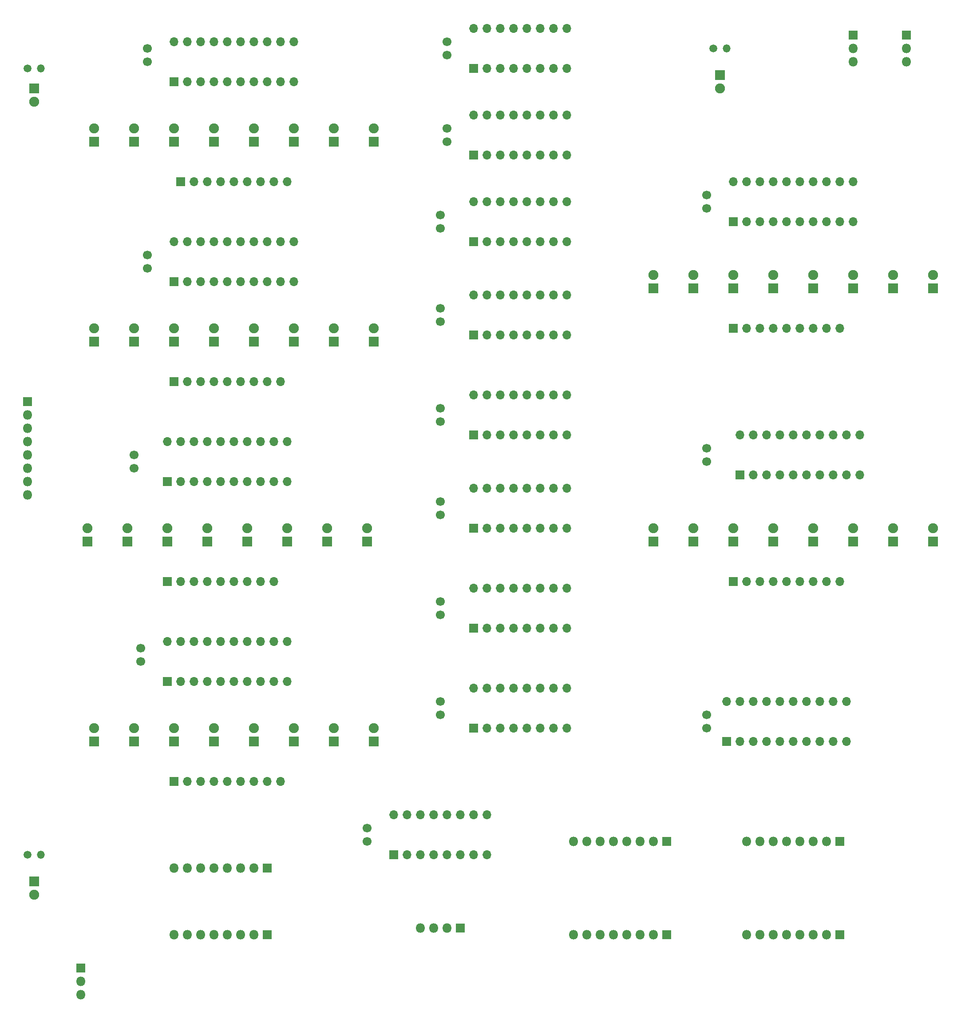
<source format=gbr>
G04 #@! TF.GenerationSoftware,KiCad,Pcbnew,5.1.6-c6e7f7d~87~ubuntu16.04.1*
G04 #@! TF.CreationDate,2022-03-08T12:56:25-05:00*
G04 #@! TF.ProjectId,riscy_reg,72697363-795f-4726-9567-2e6b69636164,rev?*
G04 #@! TF.SameCoordinates,Original*
G04 #@! TF.FileFunction,Soldermask,Top*
G04 #@! TF.FilePolarity,Negative*
%FSLAX46Y46*%
G04 Gerber Fmt 4.6, Leading zero omitted, Abs format (unit mm)*
G04 Created by KiCad (PCBNEW 5.1.6-c6e7f7d~87~ubuntu16.04.1) date 2022-03-08 12:56:25*
%MOMM*%
%LPD*%
G01*
G04 APERTURE LIST*
%ADD10O,1.800000X1.800000*%
%ADD11R,1.800000X1.800000*%
%ADD12O,1.700000X1.700000*%
%ADD13R,1.700000X1.700000*%
%ADD14O,1.500000X1.500000*%
%ADD15C,1.500000*%
%ADD16C,1.900000*%
%ADD17R,1.900000X1.900000*%
%ADD18C,1.700000*%
G04 APERTURE END LIST*
D10*
G04 #@! TO.C,J11*
X163830000Y-12700000D03*
X163830000Y-10160000D03*
D11*
X163830000Y-7620000D03*
G04 #@! TD*
D12*
G04 #@! TO.C,U16*
X76200000Y-156210000D03*
X93980000Y-163830000D03*
X78740000Y-156210000D03*
X91440000Y-163830000D03*
X81280000Y-156210000D03*
X88900000Y-163830000D03*
X83820000Y-156210000D03*
X86360000Y-163830000D03*
X86360000Y-156210000D03*
X83820000Y-163830000D03*
X88900000Y-156210000D03*
X81280000Y-163830000D03*
X91440000Y-156210000D03*
X78740000Y-163830000D03*
X93980000Y-156210000D03*
D13*
X76200000Y-163830000D03*
G04 #@! TD*
D12*
G04 #@! TO.C,U15*
X139700000Y-134620000D03*
X162560000Y-142240000D03*
X142240000Y-134620000D03*
X160020000Y-142240000D03*
X144780000Y-134620000D03*
X157480000Y-142240000D03*
X147320000Y-134620000D03*
X154940000Y-142240000D03*
X149860000Y-134620000D03*
X152400000Y-142240000D03*
X152400000Y-134620000D03*
X149860000Y-142240000D03*
X154940000Y-134620000D03*
X147320000Y-142240000D03*
X157480000Y-134620000D03*
X144780000Y-142240000D03*
X160020000Y-134620000D03*
X142240000Y-142240000D03*
X162560000Y-134620000D03*
D13*
X139700000Y-142240000D03*
G04 #@! TD*
D12*
G04 #@! TO.C,U14*
X91440000Y-132080000D03*
X109220000Y-139700000D03*
X93980000Y-132080000D03*
X106680000Y-139700000D03*
X96520000Y-132080000D03*
X104140000Y-139700000D03*
X99060000Y-132080000D03*
X101600000Y-139700000D03*
X101600000Y-132080000D03*
X99060000Y-139700000D03*
X104140000Y-132080000D03*
X96520000Y-139700000D03*
X106680000Y-132080000D03*
X93980000Y-139700000D03*
X109220000Y-132080000D03*
D13*
X91440000Y-139700000D03*
G04 #@! TD*
D12*
G04 #@! TO.C,U13*
X91440000Y-113030000D03*
X109220000Y-120650000D03*
X93980000Y-113030000D03*
X106680000Y-120650000D03*
X96520000Y-113030000D03*
X104140000Y-120650000D03*
X99060000Y-113030000D03*
X101600000Y-120650000D03*
X101600000Y-113030000D03*
X99060000Y-120650000D03*
X104140000Y-113030000D03*
X96520000Y-120650000D03*
X106680000Y-113030000D03*
X93980000Y-120650000D03*
X109220000Y-113030000D03*
D13*
X91440000Y-120650000D03*
G04 #@! TD*
D12*
G04 #@! TO.C,U12*
X91440000Y-93980000D03*
X109220000Y-101600000D03*
X93980000Y-93980000D03*
X106680000Y-101600000D03*
X96520000Y-93980000D03*
X104140000Y-101600000D03*
X99060000Y-93980000D03*
X101600000Y-101600000D03*
X101600000Y-93980000D03*
X99060000Y-101600000D03*
X104140000Y-93980000D03*
X96520000Y-101600000D03*
X106680000Y-93980000D03*
X93980000Y-101600000D03*
X109220000Y-93980000D03*
D13*
X91440000Y-101600000D03*
G04 #@! TD*
D12*
G04 #@! TO.C,U11*
X91440000Y-76200000D03*
X109220000Y-83820000D03*
X93980000Y-76200000D03*
X106680000Y-83820000D03*
X96520000Y-76200000D03*
X104140000Y-83820000D03*
X99060000Y-76200000D03*
X101600000Y-83820000D03*
X101600000Y-76200000D03*
X99060000Y-83820000D03*
X104140000Y-76200000D03*
X96520000Y-83820000D03*
X106680000Y-76200000D03*
X93980000Y-83820000D03*
X109220000Y-76200000D03*
D13*
X91440000Y-83820000D03*
G04 #@! TD*
D12*
G04 #@! TO.C,U10*
X91440000Y-57150000D03*
X109220000Y-64770000D03*
X93980000Y-57150000D03*
X106680000Y-64770000D03*
X96520000Y-57150000D03*
X104140000Y-64770000D03*
X99060000Y-57150000D03*
X101600000Y-64770000D03*
X101600000Y-57150000D03*
X99060000Y-64770000D03*
X104140000Y-57150000D03*
X96520000Y-64770000D03*
X106680000Y-57150000D03*
X93980000Y-64770000D03*
X109220000Y-57150000D03*
D13*
X91440000Y-64770000D03*
G04 #@! TD*
D12*
G04 #@! TO.C,U9*
X91440000Y-39370000D03*
X109220000Y-46990000D03*
X93980000Y-39370000D03*
X106680000Y-46990000D03*
X96520000Y-39370000D03*
X104140000Y-46990000D03*
X99060000Y-39370000D03*
X101600000Y-46990000D03*
X101600000Y-39370000D03*
X99060000Y-46990000D03*
X104140000Y-39370000D03*
X96520000Y-46990000D03*
X106680000Y-39370000D03*
X93980000Y-46990000D03*
X109220000Y-39370000D03*
D13*
X91440000Y-46990000D03*
G04 #@! TD*
D12*
G04 #@! TO.C,U8*
X91440000Y-22860000D03*
X109220000Y-30480000D03*
X93980000Y-22860000D03*
X106680000Y-30480000D03*
X96520000Y-22860000D03*
X104140000Y-30480000D03*
X99060000Y-22860000D03*
X101600000Y-30480000D03*
X101600000Y-22860000D03*
X99060000Y-30480000D03*
X104140000Y-22860000D03*
X96520000Y-30480000D03*
X106680000Y-22860000D03*
X93980000Y-30480000D03*
X109220000Y-22860000D03*
D13*
X91440000Y-30480000D03*
G04 #@! TD*
D12*
G04 #@! TO.C,U7*
X91440000Y-6350000D03*
X109220000Y-13970000D03*
X93980000Y-6350000D03*
X106680000Y-13970000D03*
X96520000Y-6350000D03*
X104140000Y-13970000D03*
X99060000Y-6350000D03*
X101600000Y-13970000D03*
X101600000Y-6350000D03*
X99060000Y-13970000D03*
X104140000Y-6350000D03*
X96520000Y-13970000D03*
X106680000Y-6350000D03*
X93980000Y-13970000D03*
X109220000Y-6350000D03*
D13*
X91440000Y-13970000D03*
G04 #@! TD*
D12*
G04 #@! TO.C,U6*
X142240000Y-83820000D03*
X165100000Y-91440000D03*
X144780000Y-83820000D03*
X162560000Y-91440000D03*
X147320000Y-83820000D03*
X160020000Y-91440000D03*
X149860000Y-83820000D03*
X157480000Y-91440000D03*
X152400000Y-83820000D03*
X154940000Y-91440000D03*
X154940000Y-83820000D03*
X152400000Y-91440000D03*
X157480000Y-83820000D03*
X149860000Y-91440000D03*
X160020000Y-83820000D03*
X147320000Y-91440000D03*
X162560000Y-83820000D03*
X144780000Y-91440000D03*
X165100000Y-83820000D03*
D13*
X142240000Y-91440000D03*
G04 #@! TD*
D12*
G04 #@! TO.C,U5*
X140970000Y-35560000D03*
X163830000Y-43180000D03*
X143510000Y-35560000D03*
X161290000Y-43180000D03*
X146050000Y-35560000D03*
X158750000Y-43180000D03*
X148590000Y-35560000D03*
X156210000Y-43180000D03*
X151130000Y-35560000D03*
X153670000Y-43180000D03*
X153670000Y-35560000D03*
X151130000Y-43180000D03*
X156210000Y-35560000D03*
X148590000Y-43180000D03*
X158750000Y-35560000D03*
X146050000Y-43180000D03*
X161290000Y-35560000D03*
X143510000Y-43180000D03*
X163830000Y-35560000D03*
D13*
X140970000Y-43180000D03*
G04 #@! TD*
D12*
G04 #@! TO.C,U4*
X33020000Y-123190000D03*
X55880000Y-130810000D03*
X35560000Y-123190000D03*
X53340000Y-130810000D03*
X38100000Y-123190000D03*
X50800000Y-130810000D03*
X40640000Y-123190000D03*
X48260000Y-130810000D03*
X43180000Y-123190000D03*
X45720000Y-130810000D03*
X45720000Y-123190000D03*
X43180000Y-130810000D03*
X48260000Y-123190000D03*
X40640000Y-130810000D03*
X50800000Y-123190000D03*
X38100000Y-130810000D03*
X53340000Y-123190000D03*
X35560000Y-130810000D03*
X55880000Y-123190000D03*
D13*
X33020000Y-130810000D03*
G04 #@! TD*
D12*
G04 #@! TO.C,U3*
X33020000Y-85090000D03*
X55880000Y-92710000D03*
X35560000Y-85090000D03*
X53340000Y-92710000D03*
X38100000Y-85090000D03*
X50800000Y-92710000D03*
X40640000Y-85090000D03*
X48260000Y-92710000D03*
X43180000Y-85090000D03*
X45720000Y-92710000D03*
X45720000Y-85090000D03*
X43180000Y-92710000D03*
X48260000Y-85090000D03*
X40640000Y-92710000D03*
X50800000Y-85090000D03*
X38100000Y-92710000D03*
X53340000Y-85090000D03*
X35560000Y-92710000D03*
X55880000Y-85090000D03*
D13*
X33020000Y-92710000D03*
G04 #@! TD*
D12*
G04 #@! TO.C,U2*
X34290000Y-46990000D03*
X57150000Y-54610000D03*
X36830000Y-46990000D03*
X54610000Y-54610000D03*
X39370000Y-46990000D03*
X52070000Y-54610000D03*
X41910000Y-46990000D03*
X49530000Y-54610000D03*
X44450000Y-46990000D03*
X46990000Y-54610000D03*
X46990000Y-46990000D03*
X44450000Y-54610000D03*
X49530000Y-46990000D03*
X41910000Y-54610000D03*
X52070000Y-46990000D03*
X39370000Y-54610000D03*
X54610000Y-46990000D03*
X36830000Y-54610000D03*
X57150000Y-46990000D03*
D13*
X34290000Y-54610000D03*
G04 #@! TD*
D12*
G04 #@! TO.C,U1*
X34290000Y-8890000D03*
X57150000Y-16510000D03*
X36830000Y-8890000D03*
X54610000Y-16510000D03*
X39370000Y-8890000D03*
X52070000Y-16510000D03*
X41910000Y-8890000D03*
X49530000Y-16510000D03*
X44450000Y-8890000D03*
X46990000Y-16510000D03*
X46990000Y-8890000D03*
X44450000Y-16510000D03*
X49530000Y-8890000D03*
X41910000Y-16510000D03*
X52070000Y-8890000D03*
X39370000Y-16510000D03*
X54610000Y-8890000D03*
X36830000Y-16510000D03*
X57150000Y-8890000D03*
D13*
X34290000Y-16510000D03*
G04 #@! TD*
D12*
G04 #@! TO.C,RN6*
X161290000Y-111760000D03*
X158750000Y-111760000D03*
X156210000Y-111760000D03*
X153670000Y-111760000D03*
X151130000Y-111760000D03*
X148590000Y-111760000D03*
X146050000Y-111760000D03*
X143510000Y-111760000D03*
D13*
X140970000Y-111760000D03*
G04 #@! TD*
D12*
G04 #@! TO.C,RN5*
X161290000Y-63500000D03*
X158750000Y-63500000D03*
X156210000Y-63500000D03*
X153670000Y-63500000D03*
X151130000Y-63500000D03*
X148590000Y-63500000D03*
X146050000Y-63500000D03*
X143510000Y-63500000D03*
D13*
X140970000Y-63500000D03*
G04 #@! TD*
D12*
G04 #@! TO.C,RN4*
X54610000Y-149860000D03*
X52070000Y-149860000D03*
X49530000Y-149860000D03*
X46990000Y-149860000D03*
X44450000Y-149860000D03*
X41910000Y-149860000D03*
X39370000Y-149860000D03*
X36830000Y-149860000D03*
D13*
X34290000Y-149860000D03*
G04 #@! TD*
D12*
G04 #@! TO.C,RN3*
X53340000Y-111760000D03*
X50800000Y-111760000D03*
X48260000Y-111760000D03*
X45720000Y-111760000D03*
X43180000Y-111760000D03*
X40640000Y-111760000D03*
X38100000Y-111760000D03*
X35560000Y-111760000D03*
D13*
X33020000Y-111760000D03*
G04 #@! TD*
D12*
G04 #@! TO.C,RN2*
X54610000Y-73660000D03*
X52070000Y-73660000D03*
X49530000Y-73660000D03*
X46990000Y-73660000D03*
X44450000Y-73660000D03*
X41910000Y-73660000D03*
X39370000Y-73660000D03*
X36830000Y-73660000D03*
D13*
X34290000Y-73660000D03*
G04 #@! TD*
D12*
G04 #@! TO.C,RN1*
X55880000Y-35560000D03*
X53340000Y-35560000D03*
X50800000Y-35560000D03*
X48260000Y-35560000D03*
X45720000Y-35560000D03*
X43180000Y-35560000D03*
X40640000Y-35560000D03*
X38100000Y-35560000D03*
D13*
X35560000Y-35560000D03*
G04 #@! TD*
D14*
G04 #@! TO.C,R3*
X8890000Y-163830000D03*
D15*
X6350000Y-163830000D03*
G04 #@! TD*
D14*
G04 #@! TO.C,R2*
X139700000Y-10160000D03*
D15*
X137160000Y-10160000D03*
G04 #@! TD*
D14*
G04 #@! TO.C,R1*
X8890000Y-13970000D03*
D15*
X6350000Y-13970000D03*
G04 #@! TD*
D10*
G04 #@! TO.C,J10*
X16510000Y-190500000D03*
X16510000Y-187960000D03*
D11*
X16510000Y-185420000D03*
G04 #@! TD*
D10*
G04 #@! TO.C,J9*
X81280000Y-177800000D03*
X83820000Y-177800000D03*
X86360000Y-177800000D03*
D11*
X88900000Y-177800000D03*
G04 #@! TD*
D10*
G04 #@! TO.C,J8*
X6350000Y-95250000D03*
X6350000Y-92710000D03*
X6350000Y-90170000D03*
X6350000Y-87630000D03*
X6350000Y-85090000D03*
X6350000Y-82550000D03*
X6350000Y-80010000D03*
D11*
X6350000Y-77470000D03*
G04 #@! TD*
D10*
G04 #@! TO.C,J7*
X143510000Y-161290000D03*
X146050000Y-161290000D03*
X148590000Y-161290000D03*
X151130000Y-161290000D03*
X153670000Y-161290000D03*
X156210000Y-161290000D03*
X158750000Y-161290000D03*
D11*
X161290000Y-161290000D03*
G04 #@! TD*
D10*
G04 #@! TO.C,J6*
X143510000Y-179070000D03*
X146050000Y-179070000D03*
X148590000Y-179070000D03*
X151130000Y-179070000D03*
X153670000Y-179070000D03*
X156210000Y-179070000D03*
X158750000Y-179070000D03*
D11*
X161290000Y-179070000D03*
G04 #@! TD*
D10*
G04 #@! TO.C,J5*
X110490000Y-179070000D03*
X113030000Y-179070000D03*
X115570000Y-179070000D03*
X118110000Y-179070000D03*
X120650000Y-179070000D03*
X123190000Y-179070000D03*
X125730000Y-179070000D03*
D11*
X128270000Y-179070000D03*
G04 #@! TD*
D10*
G04 #@! TO.C,J4*
X110490000Y-161290000D03*
X113030000Y-161290000D03*
X115570000Y-161290000D03*
X118110000Y-161290000D03*
X120650000Y-161290000D03*
X123190000Y-161290000D03*
X125730000Y-161290000D03*
D11*
X128270000Y-161290000D03*
G04 #@! TD*
D10*
G04 #@! TO.C,J3*
X34290000Y-166370000D03*
X36830000Y-166370000D03*
X39370000Y-166370000D03*
X41910000Y-166370000D03*
X44450000Y-166370000D03*
X46990000Y-166370000D03*
X49530000Y-166370000D03*
D11*
X52070000Y-166370000D03*
G04 #@! TD*
D10*
G04 #@! TO.C,J2*
X34290000Y-179070000D03*
X36830000Y-179070000D03*
X39370000Y-179070000D03*
X41910000Y-179070000D03*
X44450000Y-179070000D03*
X46990000Y-179070000D03*
X49530000Y-179070000D03*
D11*
X52070000Y-179070000D03*
G04 #@! TD*
D10*
G04 #@! TO.C,J1*
X173990000Y-12700000D03*
X173990000Y-10160000D03*
D11*
X173990000Y-7620000D03*
G04 #@! TD*
D16*
G04 #@! TO.C,D51*
X7620000Y-171450000D03*
D17*
X7620000Y-168910000D03*
G04 #@! TD*
D16*
G04 #@! TO.C,D50*
X138430000Y-17780000D03*
D17*
X138430000Y-15240000D03*
G04 #@! TD*
D16*
G04 #@! TO.C,D49*
X7620000Y-20320000D03*
D17*
X7620000Y-17780000D03*
G04 #@! TD*
D16*
G04 #@! TO.C,D48*
X125730000Y-101600000D03*
D17*
X125730000Y-104140000D03*
G04 #@! TD*
D16*
G04 #@! TO.C,D47*
X133350000Y-101600000D03*
D17*
X133350000Y-104140000D03*
G04 #@! TD*
D16*
G04 #@! TO.C,D46*
X140970000Y-101600000D03*
D17*
X140970000Y-104140000D03*
G04 #@! TD*
D16*
G04 #@! TO.C,D45*
X148590000Y-101600000D03*
D17*
X148590000Y-104140000D03*
G04 #@! TD*
D16*
G04 #@! TO.C,D44*
X156210000Y-101600000D03*
D17*
X156210000Y-104140000D03*
G04 #@! TD*
D16*
G04 #@! TO.C,D43*
X163830000Y-101600000D03*
D17*
X163830000Y-104140000D03*
G04 #@! TD*
D16*
G04 #@! TO.C,D42*
X171450000Y-101600000D03*
D17*
X171450000Y-104140000D03*
G04 #@! TD*
D16*
G04 #@! TO.C,D41*
X179070000Y-101600000D03*
D17*
X179070000Y-104140000D03*
G04 #@! TD*
D16*
G04 #@! TO.C,D40*
X125730000Y-53340000D03*
D17*
X125730000Y-55880000D03*
G04 #@! TD*
D16*
G04 #@! TO.C,D39*
X133350000Y-53340000D03*
D17*
X133350000Y-55880000D03*
G04 #@! TD*
D16*
G04 #@! TO.C,D38*
X140970000Y-53340000D03*
D17*
X140970000Y-55880000D03*
G04 #@! TD*
D16*
G04 #@! TO.C,D37*
X148590000Y-53340000D03*
D17*
X148590000Y-55880000D03*
G04 #@! TD*
D16*
G04 #@! TO.C,D36*
X156210000Y-53340000D03*
D17*
X156210000Y-55880000D03*
G04 #@! TD*
D16*
G04 #@! TO.C,D35*
X163830000Y-53340000D03*
D17*
X163830000Y-55880000D03*
G04 #@! TD*
D16*
G04 #@! TO.C,D34*
X171450000Y-53340000D03*
D17*
X171450000Y-55880000D03*
G04 #@! TD*
D16*
G04 #@! TO.C,D33*
X179070000Y-53340000D03*
D17*
X179070000Y-55880000D03*
G04 #@! TD*
D16*
G04 #@! TO.C,D32*
X19050000Y-139700000D03*
D17*
X19050000Y-142240000D03*
G04 #@! TD*
D16*
G04 #@! TO.C,D31*
X26670000Y-139700000D03*
D17*
X26670000Y-142240000D03*
G04 #@! TD*
D16*
G04 #@! TO.C,D30*
X34290000Y-139700000D03*
D17*
X34290000Y-142240000D03*
G04 #@! TD*
D16*
G04 #@! TO.C,D29*
X41910000Y-139700000D03*
D17*
X41910000Y-142240000D03*
G04 #@! TD*
D16*
G04 #@! TO.C,D28*
X49530000Y-139700000D03*
D17*
X49530000Y-142240000D03*
G04 #@! TD*
D16*
G04 #@! TO.C,D27*
X57150000Y-139700000D03*
D17*
X57150000Y-142240000D03*
G04 #@! TD*
D16*
G04 #@! TO.C,D26*
X64770000Y-139700000D03*
D17*
X64770000Y-142240000D03*
G04 #@! TD*
D16*
G04 #@! TO.C,D25*
X72390000Y-139700000D03*
D17*
X72390000Y-142240000D03*
G04 #@! TD*
D16*
G04 #@! TO.C,D24*
X17780000Y-101600000D03*
D17*
X17780000Y-104140000D03*
G04 #@! TD*
D16*
G04 #@! TO.C,D23*
X25400000Y-101600000D03*
D17*
X25400000Y-104140000D03*
G04 #@! TD*
D16*
G04 #@! TO.C,D22*
X33020000Y-101600000D03*
D17*
X33020000Y-104140000D03*
G04 #@! TD*
D16*
G04 #@! TO.C,D21*
X40640000Y-101600000D03*
D17*
X40640000Y-104140000D03*
G04 #@! TD*
D16*
G04 #@! TO.C,D20*
X48260000Y-101600000D03*
D17*
X48260000Y-104140000D03*
G04 #@! TD*
D16*
G04 #@! TO.C,D19*
X55880000Y-101600000D03*
D17*
X55880000Y-104140000D03*
G04 #@! TD*
D16*
G04 #@! TO.C,D18*
X63500000Y-101600000D03*
D17*
X63500000Y-104140000D03*
G04 #@! TD*
D16*
G04 #@! TO.C,D17*
X71120000Y-101600000D03*
D17*
X71120000Y-104140000D03*
G04 #@! TD*
D16*
G04 #@! TO.C,D16*
X19050000Y-63500000D03*
D17*
X19050000Y-66040000D03*
G04 #@! TD*
D16*
G04 #@! TO.C,D15*
X26670000Y-63500000D03*
D17*
X26670000Y-66040000D03*
G04 #@! TD*
D16*
G04 #@! TO.C,D14*
X34290000Y-63500000D03*
D17*
X34290000Y-66040000D03*
G04 #@! TD*
D16*
G04 #@! TO.C,D13*
X41910000Y-63500000D03*
D17*
X41910000Y-66040000D03*
G04 #@! TD*
D16*
G04 #@! TO.C,D12*
X49530000Y-63500000D03*
D17*
X49530000Y-66040000D03*
G04 #@! TD*
D16*
G04 #@! TO.C,D11*
X57150000Y-63500000D03*
D17*
X57150000Y-66040000D03*
G04 #@! TD*
D16*
G04 #@! TO.C,D10*
X64770000Y-63500000D03*
D17*
X64770000Y-66040000D03*
G04 #@! TD*
D16*
G04 #@! TO.C,D9*
X72390000Y-63500000D03*
D17*
X72390000Y-66040000D03*
G04 #@! TD*
D16*
G04 #@! TO.C,D8*
X19050000Y-25400000D03*
D17*
X19050000Y-27940000D03*
G04 #@! TD*
D16*
G04 #@! TO.C,D7*
X26670000Y-25400000D03*
D17*
X26670000Y-27940000D03*
G04 #@! TD*
D16*
G04 #@! TO.C,D6*
X34290000Y-25400000D03*
D17*
X34290000Y-27940000D03*
G04 #@! TD*
D16*
G04 #@! TO.C,D5*
X41910000Y-25400000D03*
D17*
X41910000Y-27940000D03*
G04 #@! TD*
D16*
G04 #@! TO.C,D4*
X49530000Y-25400000D03*
D17*
X49530000Y-27940000D03*
G04 #@! TD*
D16*
G04 #@! TO.C,D3*
X57150000Y-25400000D03*
D17*
X57150000Y-27940000D03*
G04 #@! TD*
D16*
G04 #@! TO.C,D2*
X64770000Y-25400000D03*
D17*
X64770000Y-27940000D03*
G04 #@! TD*
D16*
G04 #@! TO.C,D1*
X72390000Y-25400000D03*
D17*
X72390000Y-27940000D03*
G04 #@! TD*
D18*
G04 #@! TO.C,C16*
X71120000Y-161250000D03*
X71120000Y-158750000D03*
G04 #@! TD*
G04 #@! TO.C,C15*
X135890000Y-139660000D03*
X135890000Y-137160000D03*
G04 #@! TD*
G04 #@! TO.C,C14*
X85090000Y-137120000D03*
X85090000Y-134620000D03*
G04 #@! TD*
G04 #@! TO.C,C13*
X85090000Y-118070000D03*
X85090000Y-115570000D03*
G04 #@! TD*
G04 #@! TO.C,C12*
X85090000Y-99020000D03*
X85090000Y-96520000D03*
G04 #@! TD*
G04 #@! TO.C,C11*
X85090000Y-81240000D03*
X85090000Y-78740000D03*
G04 #@! TD*
G04 #@! TO.C,C10*
X85090000Y-62190000D03*
X85090000Y-59690000D03*
G04 #@! TD*
G04 #@! TO.C,C9*
X85090000Y-44410000D03*
X85090000Y-41910000D03*
G04 #@! TD*
G04 #@! TO.C,C8*
X86360000Y-27900000D03*
X86360000Y-25400000D03*
G04 #@! TD*
G04 #@! TO.C,C7*
X86360000Y-11390000D03*
X86360000Y-8890000D03*
G04 #@! TD*
G04 #@! TO.C,C6*
X135890000Y-88860000D03*
X135890000Y-86360000D03*
G04 #@! TD*
G04 #@! TO.C,C5*
X135890000Y-40600000D03*
X135890000Y-38100000D03*
G04 #@! TD*
G04 #@! TO.C,C4*
X27940000Y-126960000D03*
X27940000Y-124460000D03*
G04 #@! TD*
G04 #@! TO.C,C3*
X26670000Y-90130000D03*
X26670000Y-87630000D03*
G04 #@! TD*
G04 #@! TO.C,C2*
X29210000Y-52030000D03*
X29210000Y-49530000D03*
G04 #@! TD*
G04 #@! TO.C,C1*
X29210000Y-12660000D03*
X29210000Y-10160000D03*
G04 #@! TD*
M02*

</source>
